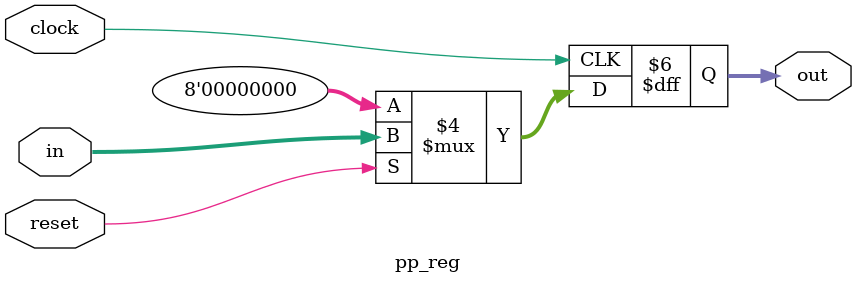
<source format=v>
`timescale 1ns / 1ps


module pp_reg #(parameter WIDTH  = 8) (out, in, clock, reset);
input clock, reset;
input [WIDTH - 1:0] in;
output reg  [WIDTH - 1:0] out;

always @(posedge clock) begin
    if(!reset)
        out<=0;
        else out <= in;
end
endmodule



</source>
